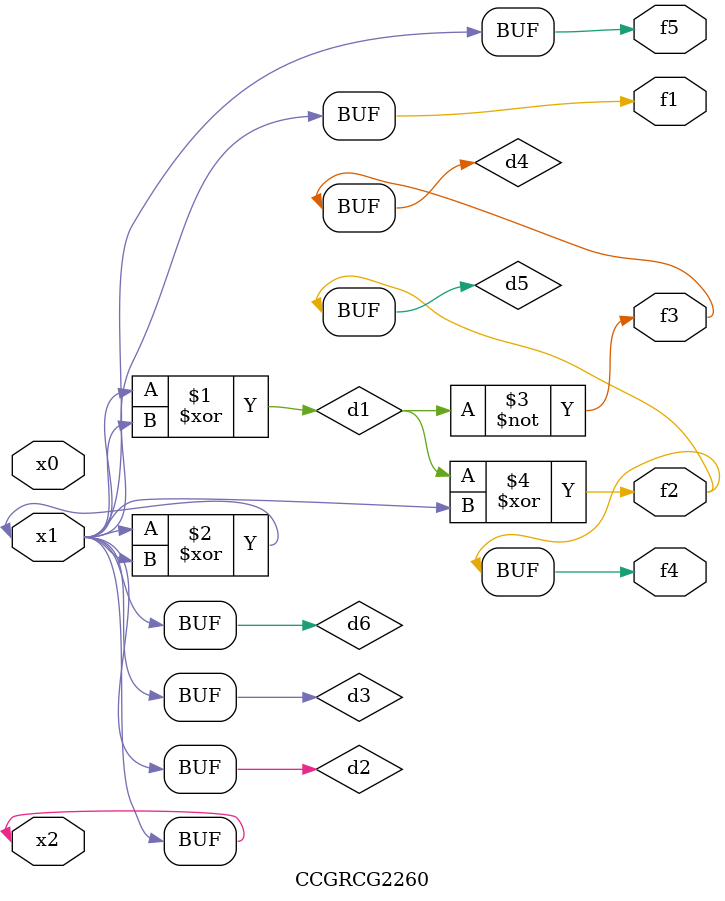
<source format=v>
module CCGRCG2260(
	input x0, x1, x2,
	output f1, f2, f3, f4, f5
);

	wire d1, d2, d3, d4, d5, d6;

	xor (d1, x1, x2);
	buf (d2, x1, x2);
	xor (d3, x1, x2);
	nor (d4, d1);
	xor (d5, d1, d2);
	buf (d6, d2, d3);
	assign f1 = d6;
	assign f2 = d5;
	assign f3 = d4;
	assign f4 = d5;
	assign f5 = d6;
endmodule

</source>
